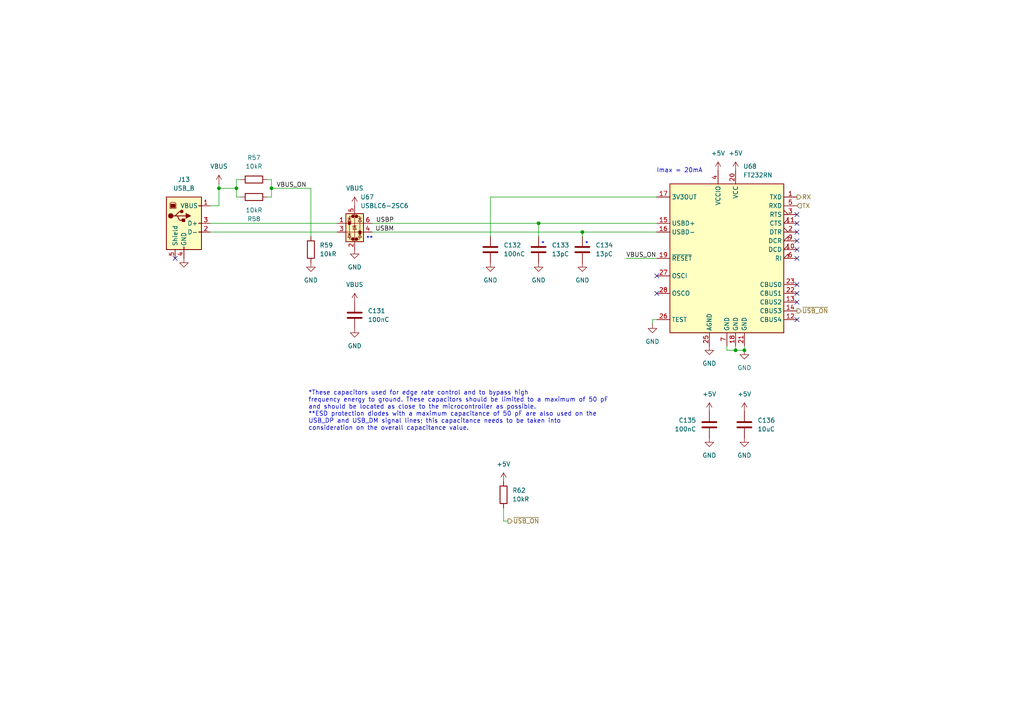
<source format=kicad_sch>
(kicad_sch (version 20250114) (generator "eeschema") (generator_version "9.0")
  (paper "A4")
  (lib_symbols
    (symbol "+5V_1" (power) (pin_numbers (hide yes)) (pin_names (offset 0) (hide yes))
      (property "Value" "+5V" (at 0 3.556 0))
      (symbol "+5V_1_0_1"
        (polyline (pts (xy -0.762 1.27) (xy 0 2.54)))
        (polyline (pts (xy 0 2.54) (xy 0.762 1.27)))
        (polyline (pts (xy 0 0) (xy 0 2.54)))
      )
      (symbol "+5V_1_1_1"
        (pin power_in line (at 0 0 90) (length 0) (name "~") (number "1"))
      )
    )
    (symbol "Connector:USB_B" (pin_names (offset 1.016))
      (property "Reference" "J" (at -5.08 11.43 0))
      (property "Value" "USB_B" (at -5.08 8.89 0))
      (symbol "USB_B_0_1"
        (rectangle (start -5.08 -7.62) (end 5.08 7.62) (stroke (width 0.254)) (fill (type background)))
        (polyline (pts (xy -4.064 4.318) (xy -2.286 4.318) (xy -2.286 5.715) (xy -2.667 6.096) (xy -3.683 6.096) (xy -4.064 5.715) (xy -4.064 4.318)))
        (rectangle (start -3.81 5.588) (end -2.54 4.572) (fill (type outline)))
        (circle (center -3.81 2.159) (radius 0.635) (stroke (width 0.254)) (fill (type outline)))
        (polyline (pts (xy -3.175 2.159) (xy -2.54 2.159) (xy -1.27 3.429) (xy -0.635 3.429)) (stroke (width 0.254)))
        (polyline (pts (xy -2.54 2.159) (xy -1.905 2.159) (xy -1.27 0.889) (xy 0 0.889)) (stroke (width 0.254)))
        (polyline (pts (xy -1.905 2.159) (xy 0.635 2.159)) (stroke (width 0.254)))
        (circle (center -0.635 3.429) (radius 0.381) (stroke (width 0.254)) (fill (type outline)))
        (rectangle (start -0.127 -7.62) (end 0.127 -6.858))
        (rectangle (start 0.254 1.27) (end -0.508 0.508) (stroke (width 0.254)) (fill (type outline)))
        (polyline (pts (xy 0.635 2.794) (xy 0.635 1.524) (xy 1.905 2.159) (xy 0.635 2.794)) (stroke (width 0.254)) (fill (type outline)))
        (rectangle (start 5.08 4.953) (end 4.318 5.207))
        (rectangle (start 5.08 -0.127) (end 4.318 0.127))
        (rectangle (start 5.08 -2.667) (end 4.318 -2.413))
      )
      (symbol "USB_B_1_1"
        (pin passive line (at -2.54 -10.16 90) (length 2.54) (name "Shield") (number "5"))
        (pin power_out line (at 0 -10.16 90) (length 2.54) (name "GND") (number "4"))
        (pin power_out line (at 7.62 5.08 180) (length 2.54) (name "VBUS") (number "1"))
        (pin bidirectional line (at 7.62 0 180) (length 2.54) (name "D+") (number "3"))
        (pin bidirectional line (at 7.62 -2.54 180) (length 2.54) (name "D-") (number "2"))
      )
    )
    (symbol "Device:C" (pin_numbers (hide yes)) (pin_names (offset 0.254))
      (property "Reference" "C" (at 0.635 2.54 0))
      (property "Value" "C" (at 0.635 -2.54 0))
      (symbol "C_0_1"
        (polyline (pts (xy -2.032 0.762) (xy 2.032 0.762)) (stroke (width 0.508)))
        (polyline (pts (xy -2.032 -0.762) (xy 2.032 -0.762)) (stroke (width 0.508)))
      )
      (symbol "C_1_1"
        (pin passive line (at 0 3.81 270) (length 2.794) (name "~") (number "1"))
        (pin passive line (at 0 -3.81 90) (length 2.794) (name "~") (number "2"))
      )
    )
    (symbol "Device:R" (pin_numbers (hide yes)) (pin_names (offset 0))
      (property "Reference" "R" (at 2.032 0 90))
      (property "Value" "R" (at 0 0 90))
      (symbol "R_0_1"
        (rectangle (start -1.016 -2.54) (end 1.016 2.54) (stroke (width 0.254)))
      )
      (symbol "R_1_1"
        (pin passive line (at 0 3.81 270) (length 1.27) (name "~") (number "1"))
        (pin passive line (at 0 -3.81 90) (length 1.27) (name "~") (number "2"))
      )
    )
    (symbol "GND_1" (power) (pin_numbers (hide yes)) (pin_names (offset 0) (hide yes))
      (property "Value" "GND" (at 0 -3.81 0))
      (symbol "GND_1_0_1"
        (polyline (pts (xy 0 0) (xy 0 -1.27) (xy 1.27 -1.27) (xy 0 -2.54) (xy -1.27 -1.27) (xy 0 -1.27)))
      )
      (symbol "GND_1_1_1"
        (pin power_in line (at 0 0 270) (length 0) (name "~") (number "1"))
      )
    )
    (symbol "Interface_USB:FT232RL"
      (property "Reference" "U" (at -16.51 22.86 0))
      (property "Value" "FT232RL" (at 10.16 22.86 0))
      (symbol "FT232RL_0_1"
        (rectangle (start -16.51 21.59) (end 16.51 -21.59) (stroke (width 0.254)) (fill (type background)))
      )
      (symbol "FT232RL_1_1"
        (pin power_out line (at -20.32 17.78 0) (length 3.81) (name "3V3OUT") (number "17"))
        (pin bidirectional line (at -20.32 10.16 0) (length 3.81) (name "USBD+") (number "15"))
        (pin bidirectional line (at -20.32 7.62 0) (length 3.81) (name "USBD-") (number "16"))
        (pin input line (at -20.32 0 0) (length 3.81) (name "~{RESET}") (number "19"))
        (pin input line (at -20.32 -5.08 0) (length 3.81) (name "OSCI") (number "27"))
        (pin output line (at -20.32 -10.16 0) (length 3.81) (name "OSCO") (number "28"))
        (pin input line (at -20.32 -17.78 0) (length 3.81) (name "TEST") (number "26"))
        (pin power_in line (at -5.08 -25.4 90) (length 3.81) (name "AGND") (number "25"))
        (pin power_in line (at -2.54 25.4 270) (length 3.81) (name "VCCIO") (number "4"))
        (pin power_in line (at 0 -25.4 90) (length 3.81) (name "GND") (number "7"))
        (pin power_in line (at 2.54 25.4 270) (length 3.81) (name "VCC") (number "20"))
        (pin power_in line (at 2.54 -25.4 90) (length 3.81) (name "GND") (number "18"))
        (pin power_in line (at 5.08 -25.4 90) (length 3.81) (name "GND") (number "21"))
        (pin output line (at 20.32 17.78 180) (length 3.81) (name "TXD") (number "1"))
        (pin input line (at 20.32 15.24 180) (length 3.81) (name "RXD") (number "5"))
        (pin output output_low (at 20.32 12.7 180) (length 3.81) (name "RTS") (number "3"))
        (pin input input_low (at 20.32 10.16 180) (length 3.81) (name "CTS") (number "11"))
        (pin output output_low (at 20.32 7.62 180) (length 3.81) (name "DTR") (number "2"))
        (pin input input_low (at 20.32 5.08 180) (length 3.81) (name "DCR") (number "9"))
        (pin input input_low (at 20.32 2.54 180) (length 3.81) (name "DCD") (number "10"))
        (pin input input_low (at 20.32 0 180) (length 3.81) (name "RI") (number "6"))
        (pin bidirectional line (at 20.32 -7.62 180) (length 3.81) (name "CBUS0") (number "23"))
        (pin bidirectional line (at 20.32 -10.16 180) (length 3.81) (name "CBUS1") (number "22"))
        (pin bidirectional line (at 20.32 -12.7 180) (length 3.81) (name "CBUS2") (number "13"))
        (pin bidirectional line (at 20.32 -15.24 180) (length 3.81) (name "CBUS3") (number "14"))
        (pin bidirectional line (at 20.32 -17.78 180) (length 3.81) (name "CBUS4") (number "12"))
      )
    )
    (symbol "Power_Protection:USBLC6-2SC6" (pin_names (hide yes))
      (property "Reference" "U" (at 0.635 5.715 0))
      (property "Value" "USBLC6-2SC6" (at 0.635 3.81 0))
      (symbol "USBLC6-2SC6_0_0"
        (circle (center -1.524 0) (radius 0.0001) (stroke (width 0.508)))
        (circle (center -0.508 2.032) (radius 0.0001) (stroke (width 0.508)))
        (circle (center -0.508 -4.572) (radius 0.0001) (stroke (width 0.508)))
        (circle (center 0.508 2.032) (radius 0.0001) (stroke (width 0.508)))
        (circle (center 0.508 -4.572) (radius 0.0001) (stroke (width 0.508)))
        (circle (center 1.524 -2.54) (radius 0.0001) (stroke (width 0.508)))
      )
      (symbol "USBLC6-2SC6_0_1"
        (polyline (pts (xy -2.54 0) (xy 2.54 0)))
        (polyline (pts (xy -2.54 -2.54) (xy 2.54 -2.54)))
        (polyline (pts (xy -2.032 0.508) (xy -1.016 0.508) (xy -1.524 1.524) (xy -2.032 0.508)))
        (polyline (pts (xy -2.032 -3.048) (xy -1.016 -3.048)))
        (polyline (pts (xy -1.016 1.524) (xy -2.032 1.524)))
        (polyline (pts (xy -1.016 -4.064) (xy -2.032 -4.064) (xy -1.524 -3.048) (xy -1.016 -4.064)))
        (polyline (pts (xy -0.508 -1.143) (xy -0.508 -0.762) (xy 0.508 -0.762)))
        (polyline (pts (xy 0 2.54) (xy -0.508 2.032) (xy 0.508 2.032) (xy 0 1.524) (xy 0 -4.064) (xy -0.508 -4.572) (xy 0.508 -4.572) (xy 0 -5.08)))
        (polyline (pts (xy 0.508 -1.778) (xy -0.508 -1.778) (xy 0 -0.762) (xy 0.508 -1.778)))
        (polyline (pts (xy 1.016 1.524) (xy 2.032 1.524)))
        (polyline (pts (xy 1.016 -3.048) (xy 2.032 -3.048)))
        (polyline (pts (xy 2.032 0.508) (xy 1.016 0.508) (xy 1.524 1.524) (xy 2.032 0.508)))
        (polyline (pts (xy 2.032 -4.064) (xy 1.016 -4.064) (xy 1.524 -3.048) (xy 2.032 -4.064)))
      )
      (symbol "USBLC6-2SC6_1_1"
        (rectangle (start -2.54 2.794) (end 2.54 -5.334) (stroke (width 0.254)) (fill (type background)))
        (polyline (pts (xy -0.508 2.032) (xy -1.524 2.032) (xy -1.524 -4.572) (xy -0.508 -4.572)))
        (polyline (pts (xy 0.508 -4.572) (xy 1.524 -4.572) (xy 1.524 2.032) (xy 0.508 2.032)))
        (pin passive line (at -5.08 0 0) (length 2.54) (name "I/O1") (number "1"))
        (pin passive line (at -5.08 -2.54 0) (length 2.54) (name "I/O2") (number "3"))
        (pin passive line (at 0 5.08 270) (length 2.54) (name "VBUS") (number "5"))
        (pin passive line (at 0 -7.62 90) (length 2.54) (name "GND") (number "2"))
        (pin passive line (at 5.08 0 180) (length 2.54) (name "I/O1") (number "6"))
        (pin passive line (at 5.08 -2.54 180) (length 2.54) (name "I/O2") (number "4"))
      )
    )
    (symbol "power:VBUS" (power) (pin_numbers (hide yes)) (pin_names (offset 0) (hide yes))
      (property "Value" "VBUS" (at 0 3.556 0))
      (symbol "VBUS_0_1"
        (polyline (pts (xy -0.762 1.27) (xy 0 2.54)))
        (polyline (pts (xy 0 2.54) (xy 0.762 1.27)))
        (polyline (pts (xy 0 0) (xy 0 2.54)))
      )
      (symbol "VBUS_1_1"
        (pin power_in line (at 0 0 90) (length 0) (name "~") (number "1"))
      )
    )
  )
  (text "*" (at 157.48 70.866 0) (effects (font (size 1.27 1.27))))
  (text "Imax = 20mA" (at 197.104 49.53 0) (effects (font (size 1.27 1.27))))
  (text "*These capacitors used for edge rate control and to bypass high\nfrequency energy to ground. These capacitors should be limited to a maximum of 50 pF\nand should be located as close to the microcontroller as possible.\n**ESD protection diodes with a maximum capacitance of 50 pF are also used on the\nUSB_DP and USB_DM signal lines; this capacitance needs to be taken into\nconsideration on the overall capacitance value." (at 89.408 119.126 0) (effects (font (size 1.27 1.27)) (justify left)))
  (text "*" (at 170.18 70.866 0) (effects (font (size 1.27 1.27))))
  (text "**" (at 107.188 69.342 0) (effects (font (size 1.27 1.27))))
  (junction (at 78.74 54.61))
  (junction (at 168.91 67.31))
  (junction (at 156.21 64.77))
  (junction (at 63.5 54.61))
  (junction (at 213.36 101.6))
  (junction (at 68.58 54.61))
  (junction (at 215.9 101.6))
  (no_connect (at 190.5 85.09))
  (no_connect (at 231.14 69.85))
  (no_connect (at 231.14 64.77))
  (no_connect (at 190.5 80.01))
  (no_connect (at 231.14 72.39))
  (no_connect (at 231.14 87.63))
  (no_connect (at 50.8 74.93))
  (no_connect (at 231.14 92.71))
  (no_connect (at 231.14 74.93))
  (no_connect (at 231.14 67.31))
  (no_connect (at 231.14 85.09))
  (no_connect (at 231.14 62.23))
  (no_connect (at 231.14 82.55))
  (wire (pts (xy 189.23 92.71) (xy 190.5 92.71)))
  (wire (pts (xy 168.91 67.31) (xy 190.5 67.31)))
  (wire (pts (xy 156.21 68.58) (xy 156.21 64.77)))
  (wire (pts (xy 210.82 101.6) (xy 213.36 101.6)))
  (wire (pts (xy 78.74 52.07) (xy 78.74 54.61)))
  (wire (pts (xy 181.61 74.93) (xy 190.5 74.93)))
  (wire (pts (xy 68.58 57.15) (xy 69.85 57.15)))
  (wire (pts (xy 142.24 57.15) (xy 190.5 57.15)))
  (wire (pts (xy 215.9 100.33) (xy 215.9 101.6)))
  (wire (pts (xy 107.95 67.31) (xy 168.91 67.31)))
  (wire (pts (xy 68.58 54.61) (xy 68.58 57.15)))
  (wire (pts (xy 77.47 57.15) (xy 78.74 57.15)))
  (wire (pts (xy 78.74 54.61) (xy 90.17 54.61)))
  (wire (pts (xy 156.21 64.77) (xy 190.5 64.77)))
  (wire (pts (xy 63.5 53.34) (xy 63.5 54.61)))
  (wire (pts (xy 213.36 101.6) (xy 215.9 101.6)))
  (wire (pts (xy 69.85 52.07) (xy 68.58 52.07)))
  (wire (pts (xy 213.36 100.33) (xy 213.36 101.6)))
  (wire (pts (xy 60.96 64.77) (xy 97.79 64.77)))
  (wire (pts (xy 63.5 54.61) (xy 63.5 59.69)))
  (wire (pts (xy 210.82 100.33) (xy 210.82 101.6)))
  (wire (pts (xy 146.05 151.13) (xy 146.05 147.32)))
  (wire (pts (xy 77.47 52.07) (xy 78.74 52.07)))
  (wire (pts (xy 63.5 54.61) (xy 68.58 54.61)))
  (wire (pts (xy 60.96 67.31) (xy 97.79 67.31)))
  (wire (pts (xy 90.17 54.61) (xy 90.17 68.58)))
  (wire (pts (xy 142.24 68.58) (xy 142.24 57.15)))
  (wire (pts (xy 189.23 92.71) (xy 189.23 93.98)))
  (wire (pts (xy 68.58 52.07) (xy 68.58 54.61)))
  (wire (pts (xy 107.95 64.77) (xy 156.21 64.77)))
  (wire (pts (xy 78.74 54.61) (xy 78.74 57.15)))
  (wire (pts (xy 168.91 68.58) (xy 168.91 67.31)))
  (wire (pts (xy 146.05 151.13) (xy 147.32 151.13)))
  (wire (pts (xy 60.96 59.69) (xy 63.5 59.69)))
  (label "VBUS_ON" (at 88.9 54.61 180))
  (label "VBUS_ON" (at 181.61 74.93 0))
  (label "USBP" (at 114.3 64.77 180))
  (label "USBM" (at 114.3 67.31 180))
  (hierarchical_label "~{USB_ON}" (shape output) (at 147.32 151.13 0))
  (hierarchical_label "~{USB_ON}" (shape output) (at 231.14 90.17 0))
  (hierarchical_label "RX" (shape output) (at 231.14 57.15 0))
  (hierarchical_label "TX" (shape input) (at 231.14 59.69 0))
  (symbol (lib_name "GND_1") (lib_id "power:GND") (at 205.74 100.33 0) (unit 1)
    (property "Reference" "#PWR0420" (effects (hide yes)))
    (property "Value" "GND" (at 205.74 105.41 0))
    (property "Description" "Power symbol creates a global label with name \"GND\" , ground" (effects (hide yes)))
  )
  (symbol (lib_name "+5V_1") (lib_id "power:+5V") (at 146.05 139.7 0) (unit 1)
    (property "Reference" "#PWR0416" (effects (hide yes)))
    (property "Value" "+5V" (at 146.05 134.62 0))
    (property "Description" "Power symbol creates a global label with name \"+5V\"" (effects (hide yes)))
  )
  (symbol (lib_name "GND_1") (lib_id "power:GND") (at 142.24 76.2 0) (unit 1)
    (property "Reference" "#PWR0415" (effects (hide yes)))
    (property "Value" "GND" (at 142.24 81.28 0))
    (property "Description" "Power symbol creates a global label with name \"GND\" , ground" (effects (hide yes)))
  )
  (symbol (lib_name "+5V_1") (lib_id "power:+5V") (at 208.28 49.53 0) (unit 1)
    (property "Reference" "#PWR0423" (effects (hide yes)))
    (property "Value" "+5V" (at 208.28 44.45 0))
    (property "Description" "Power symbol creates a global label with name \"+5V\"" (effects (hide yes)))
  )
  (symbol (lib_id "power:VBUS") (at 102.87 87.63 0) (unit 1)
    (property "Reference" "#PWR0411" (effects (hide yes)))
    (property "Value" "VBUS" (at 102.87 82.55 0))
    (property "Description" "Power symbol creates a global label with name \"VBUS\"" (effects (hide yes)))
  )
  (symbol (lib_id "Device:C") (at 156.21 72.39 0) (unit 1)
    (property "Reference" "C133" (at 160.02 71.1199 0) (effects (justify left)))
    (property "Value" "13pC" (at 160.02 73.6599 0) (effects (justify left)))
    (property "Footprint" "Capacitor_SMD:C_0805_2012Metric" (effects (hide yes)))
    (property "Datasheet" "https://www.lcsc.com/datasheet/lcsc_datasheet_2304140030_FH--Guangdong-Fenghua-Advanced-Tech-0805CG130J500NT_C501858.pdf" (effects (hide yes)))
    (property "Description" "Unpolarized capacitor" (effects (hide yes)))
    (property "Status" "OK" (effects (hide yes)))
    (property "MPN" "0805CG130J500NT" (effects (hide yes)))
  )
  (symbol (lib_id "Device:R") (at 73.66 52.07 90) (unit 1)
    (property "Reference" "R57" (at 73.66 45.72 90))
    (property "Value" "10kR" (at 73.66 48.26 90))
    (property "Footprint" "Resistor_SMD:R_0805_2012Metric" (effects (hide yes)))
    (property "Description" "Resistor" (effects (hide yes)))
  )
  (symbol (lib_name "GND_1") (lib_id "power:GND") (at 205.74 127 0) (unit 1)
    (property "Reference" "#PWR0422" (effects (hide yes)))
    (property "Value" "GND" (at 205.74 132.08 0))
    (property "Description" "Power symbol creates a global label with name \"GND\" , ground" (effects (hide yes)))
  )
  (symbol (lib_id "Device:R") (at 146.05 143.51 0) (unit 1)
    (property "Reference" "R62" (at 148.59 142.2399 0) (effects (justify left)))
    (property "Value" "10kR" (at 148.59 144.7799 0) (effects (justify left)))
    (property "Footprint" "Resistor_SMD:R_0805_2012Metric" (effects (hide yes)))
    (property "Description" "Resistor" (effects (hide yes)))
  )
  (symbol (lib_id "Device:C") (at 102.87 91.44 0) (unit 1)
    (property "Reference" "C131" (at 106.68 90.1699 0) (effects (justify left)))
    (property "Value" "100nC" (at 106.68 92.7099 0) (effects (justify left)))
    (property "Footprint" "Capacitor_SMD:C_0805_2012Metric" (effects (hide yes)))
    (property "Description" "Unpolarized capacitor" (effects (hide yes)))
  )
  (symbol (lib_id "power:VBUS") (at 63.5 53.34 0) (unit 1)
    (property "Reference" "#PWR0407" (effects (hide yes)))
    (property "Value" "VBUS" (at 63.5 48.26 0))
    (property "Description" "Power symbol creates a global label with name \"VBUS\"" (effects (hide yes)))
  )
  (symbol (lib_name "GND_1") (lib_id "power:GND") (at 156.21 76.2 0) (unit 1)
    (property "Reference" "#PWR0417" (effects (hide yes)))
    (property "Value" "GND" (at 156.21 81.28 0))
    (property "Description" "Power symbol creates a global label with name \"GND\" , ground" (effects (hide yes)))
  )
  (symbol (lib_name "GND_1") (lib_id "power:GND") (at 53.34 74.93 0) (unit 1)
    (property "Reference" "#PWR0406" (effects (hide yes)))
    (property "Value" "GND" (effects (hide yes)))
    (property "Description" "Power symbol creates a global label with name \"GND\" , ground" (effects (hide yes)))
  )
  (symbol (lib_name "GND_1") (lib_id "power:GND") (at 189.23 93.98 0) (unit 1)
    (property "Reference" "#PWR0419" (effects (hide yes)))
    (property "Value" "GND" (at 189.23 99.06 0))
    (property "Description" "Power symbol creates a global label with name \"GND\" , ground" (effects (hide yes)))
  )
  (symbol (lib_id "Device:C") (at 142.24 72.39 0) (unit 1)
    (property "Reference" "C132" (at 146.05 71.1199 0) (effects (justify left)))
    (property "Value" "100nC" (at 146.05 73.6599 0) (effects (justify left)))
    (property "Footprint" "Capacitor_SMD:C_0805_2012Metric" (effects (hide yes)))
    (property "Description" "Unpolarized capacitor" (effects (hide yes)))
  )
  (symbol (lib_name "GND_1") (lib_id "power:GND") (at 102.87 95.25 0) (unit 1)
    (property "Reference" "#PWR0412" (effects (hide yes)))
    (property "Value" "GND" (at 102.87 100.33 0))
    (property "Description" "Power symbol creates a global label with name \"GND\" , ground" (effects (hide yes)))
  )
  (symbol (lib_id "Device:R") (at 90.17 72.39 0) (unit 1)
    (property "Reference" "R59" (at 92.71 71.1199 0) (effects (justify left)))
    (property "Value" "10kR" (at 92.71 73.6599 0) (effects (justify left)))
    (property "Footprint" "Resistor_SMD:R_0805_2012Metric" (effects (hide yes)))
    (property "Description" "Resistor" (effects (hide yes)))
  )
  (symbol (lib_id "Device:C") (at 215.9 123.19 0) (unit 1)
    (property "Reference" "C136" (at 219.71 121.9199 0) (effects (justify left)))
    (property "Value" "10uC" (at 219.71 124.4599 0) (effects (justify left)))
    (property "Footprint" "Capacitor_SMD:C_0805_2012Metric" (effects (hide yes)))
    (property "Datasheet" "https://www.lcsc.com/datasheet/lcsc_datasheet_2304140030_Murata-Electronics-GRM21BR61E106MA73L_C391262.pdf" (effects (hide yes)))
    (property "Description" "Unpolarized capacitor" (effects (hide yes)))
    (property "Status" "OK" (effects (hide yes)))
    (property "MPN" "GRM21BR61E106MA73L" (effects (hide yes)))
  )
  (symbol (lib_name "+5V_1") (lib_id "power:+5V") (at 205.74 119.38 0) (unit 1)
    (property "Reference" "#PWR0421" (effects (hide yes)))
    (property "Value" "+5V" (at 205.74 114.3 0))
    (property "Description" "Power symbol creates a global label with name \"+5V\"" (effects (hide yes)))
  )
  (symbol (lib_id "power:VBUS") (at 102.87 59.69 0) (unit 1)
    (property "Reference" "#PWR0409" (effects (hide yes)))
    (property "Value" "VBUS" (at 102.87 54.61 0))
    (property "Description" "Power symbol creates a global label with name \"VBUS\"" (effects (hide yes)))
  )
  (symbol (lib_name "GND_1") (lib_id "power:GND") (at 215.9 101.6 0) (unit 1)
    (property "Reference" "#PWR0425" (effects (hide yes)))
    (property "Value" "GND" (at 215.9 106.68 0))
    (property "Description" "Power symbol creates a global label with name \"GND\" , ground" (effects (hide yes)))
  )
  (symbol (lib_name "GND_1") (lib_id "power:GND") (at 102.87 72.39 0) (unit 1)
    (property "Reference" "#PWR0410" (effects (hide yes)))
    (property "Value" "GND" (at 102.87 77.47 0))
    (property "Description" "Power symbol creates a global label with name \"GND\" , ground" (effects (hide yes)))
  )
  (symbol (lib_name "+5V_1") (lib_id "power:+5V") (at 215.9 119.38 0) (unit 1)
    (property "Reference" "#PWR0426" (effects (hide yes)))
    (property "Value" "+5V" (at 215.9 114.3 0))
    (property "Description" "Power symbol creates a global label with name \"+5V\"" (effects (hide yes)))
  )
  (symbol (lib_id "Power_Protection:USBLC6-2SC6") (at 102.87 64.77 0) (unit 1)
    (property "Reference" "U67" (at 104.5211 57.15 0) (effects (justify left)))
    (property "Value" "USBLC6-2SC6" (at 104.5211 59.69 0) (effects (justify left)))
    (property "Footprint" "Package_TO_SOT_SMD:SOT-23-6" (effects (hide yes)))
    (property "Datasheet" "https://www.st.com/resource/en/datasheet/usblc6-2.pdf" (effects (hide yes)))
    (property "Description" "Very low capacitance ESD protection diode, 2 data-line, SOT-23-6" (effects (hide yes)))
    (property "MPN" "USBLC6-2SC6" (effects (hide yes)))
    (property "Status" "OK" (effects (hide yes)))
  )
  (symbol (lib_id "Device:C") (at 205.74 123.19 0) (mirror y) (unit 1)
    (property "Reference" "C135" (at 201.93 121.9199 0) (effects (justify left)))
    (property "Value" "100nC" (at 201.93 124.4599 0) (effects (justify left)))
    (property "Footprint" "Capacitor_SMD:C_0805_2012Metric" (effects (hide yes)))
    (property "Description" "Unpolarized capacitor" (effects (hide yes)))
  )
  (symbol (lib_id "Device:C") (at 168.91 72.39 0) (unit 1)
    (property "Reference" "C134" (at 172.72 71.1199 0) (effects (justify left)))
    (property "Value" "13pC" (at 172.72 73.6599 0) (effects (justify left)))
    (property "Footprint" "Capacitor_SMD:C_0805_2012Metric" (effects (hide yes)))
    (property "Datasheet" "https://www.lcsc.com/datasheet/lcsc_datasheet_2304140030_FH--Guangdong-Fenghua-Advanced-Tech-0805CG130J500NT_C501858.pdf" (effects (hide yes)))
    (property "Description" "Unpolarized capacitor" (effects (hide yes)))
    (property "Status" "OK" (effects (hide yes)))
    (property "MPN" "0805CG130J500NT" (effects (hide yes)))
  )
  (symbol (lib_id "Interface_USB:FT232RL") (at 210.82 74.93 0) (unit 1)
    (property "Reference" "U68" (at 215.5541 48.26 0) (effects (justify left)))
    (property "Value" "FT232RN" (at 215.5541 50.8 0) (effects (justify left)))
    (property "Footprint" "Package_SO:SSOP-28_5.3x10.2mm_P0.65mm" (effects (hide yes)))
    (property "Datasheet" "https://ftdichip.com/wp-content/uploads/2024/04/DS_FT232RN.pdf" (effects (hide yes)))
    (property "Description" "USB to Serial Interface, SSOP-28" (effects (hide yes)))
    (property "MPN" "FT232RNL-REEL" (effects (hide yes)))
    (property "Status" "OK" (effects (hide yes)))
  )
  (symbol (lib_name "+5V_1") (lib_id "power:+5V") (at 213.36 49.53 0) (unit 1)
    (property "Reference" "#PWR0424" (effects (hide yes)))
    (property "Value" "+5V" (at 213.36 44.45 0))
    (property "Description" "Power symbol creates a global label with name \"+5V\"" (effects (hide yes)))
  )
  (symbol (lib_id "Device:R") (at 73.66 57.15 90) (mirror x) (unit 1)
    (property "Reference" "R58" (at 73.66 63.5 90))
    (property "Value" "10kR" (at 73.66 60.96 90))
    (property "Footprint" "Resistor_SMD:R_0805_2012Metric" (effects (hide yes)))
    (property "Description" "Resistor" (effects (hide yes)))
  )
  (symbol (lib_id "Connector:USB_B") (at 53.34 64.77 0) (unit 1)
    (property "Reference" "J13" (at 53.34 52.07 0))
    (property "Value" "USB_B" (at 53.34 54.61 0))
    (property "Footprint" "Connector_USB:USB_B_TE_5787834_Vertical" (effects (hide yes)))
    (property "Description" "USB Type B connector" (effects (hide yes)))
    (property "Status" "OK" (effects (hide yes)))
  )
  (symbol (lib_name "GND_1") (lib_id "power:GND") (at 168.91 76.2 0) (unit 1)
    (property "Reference" "#PWR0418" (effects (hide yes)))
    (property "Value" "GND" (at 168.91 81.28 0))
    (property "Description" "Power symbol creates a global label with name \"GND\" , ground" (effects (hide yes)))
  )
  (symbol (lib_name "GND_1") (lib_id "power:GND") (at 90.17 76.2 0) (unit 1)
    (property "Reference" "#PWR0408" (effects (hide yes)))
    (property "Value" "GND" (at 90.17 81.28 0))
    (property "Description" "Power symbol creates a global label with name \"GND\" , ground" (effects (hide yes)))
  )
  (symbol (lib_name "GND_1") (lib_id "power:GND") (at 215.9 127 0) (unit 1)
    (property "Reference" "#PWR0427" (effects (hide yes)))
    (property "Value" "GND" (at 215.9 132.08 0))
    (property "Description" "Power symbol creates a global label with name \"GND\" , ground" (effects (hide yes)))
  )
)
</source>
